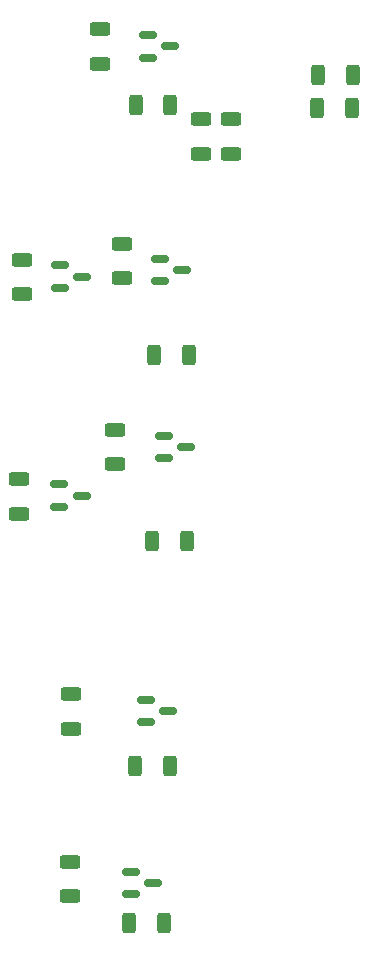
<source format=gbr>
%TF.GenerationSoftware,KiCad,Pcbnew,(6.0.9)*%
%TF.CreationDate,2023-05-03T01:49:20-07:00*%
%TF.ProjectId,Air-Quality-PCB,4169722d-5175-4616-9c69-74792d504342,rev?*%
%TF.SameCoordinates,Original*%
%TF.FileFunction,Paste,Top*%
%TF.FilePolarity,Positive*%
%FSLAX46Y46*%
G04 Gerber Fmt 4.6, Leading zero omitted, Abs format (unit mm)*
G04 Created by KiCad (PCBNEW (6.0.9)) date 2023-05-03 01:49:20*
%MOMM*%
%LPD*%
G01*
G04 APERTURE LIST*
G04 Aperture macros list*
%AMRoundRect*
0 Rectangle with rounded corners*
0 $1 Rounding radius*
0 $2 $3 $4 $5 $6 $7 $8 $9 X,Y pos of 4 corners*
0 Add a 4 corners polygon primitive as box body*
4,1,4,$2,$3,$4,$5,$6,$7,$8,$9,$2,$3,0*
0 Add four circle primitives for the rounded corners*
1,1,$1+$1,$2,$3*
1,1,$1+$1,$4,$5*
1,1,$1+$1,$6,$7*
1,1,$1+$1,$8,$9*
0 Add four rect primitives between the rounded corners*
20,1,$1+$1,$2,$3,$4,$5,0*
20,1,$1+$1,$4,$5,$6,$7,0*
20,1,$1+$1,$6,$7,$8,$9,0*
20,1,$1+$1,$8,$9,$2,$3,0*%
G04 Aperture macros list end*
%ADD10RoundRect,0.250000X0.312500X0.625000X-0.312500X0.625000X-0.312500X-0.625000X0.312500X-0.625000X0*%
%ADD11RoundRect,0.250000X0.625000X-0.312500X0.625000X0.312500X-0.625000X0.312500X-0.625000X-0.312500X0*%
%ADD12RoundRect,0.250000X-0.312500X-0.625000X0.312500X-0.625000X0.312500X0.625000X-0.312500X0.625000X0*%
%ADD13RoundRect,0.150000X-0.587500X-0.150000X0.587500X-0.150000X0.587500X0.150000X-0.587500X0.150000X0*%
G04 APERTURE END LIST*
D10*
%TO.C,R15*%
X195647500Y-67290000D03*
X198572500Y-67290000D03*
%TD*%
D11*
%TO.C,R13*%
X185760000Y-71007500D03*
X185760000Y-73932500D03*
%TD*%
D12*
%TO.C,R5*%
X182592500Y-139040000D03*
X179667500Y-139040000D03*
%TD*%
%TO.C,R12*%
X181607500Y-106680000D03*
X184532500Y-106680000D03*
%TD*%
D13*
%TO.C,Q5*%
X183087500Y-64820000D03*
X181212500Y-65770000D03*
X181212500Y-63870000D03*
%TD*%
D11*
%TO.C,R14*%
X188250000Y-71007500D03*
X188250000Y-73932500D03*
%TD*%
D12*
%TO.C,R3*%
X180177500Y-125730000D03*
X183102500Y-125730000D03*
%TD*%
D13*
%TO.C,Q2*%
X179822500Y-134730000D03*
X179822500Y-136630000D03*
X181697500Y-135680000D03*
%TD*%
D11*
%TO.C,R6*%
X170330000Y-104392500D03*
X170330000Y-101467500D03*
%TD*%
D13*
%TO.C,Q6*%
X182232500Y-82820000D03*
X182232500Y-84720000D03*
X184107500Y-83770000D03*
%TD*%
%TO.C,Q1*%
X181042500Y-120170000D03*
X181042500Y-122070000D03*
X182917500Y-121120000D03*
%TD*%
D11*
%TO.C,R11*%
X178460000Y-100212500D03*
X178460000Y-97287500D03*
%TD*%
D13*
%TO.C,Q7*%
X182602500Y-97780000D03*
X182602500Y-99680000D03*
X184477500Y-98730000D03*
%TD*%
%TO.C,Q3*%
X173812500Y-83380000D03*
X173812500Y-85280000D03*
X175687500Y-84330000D03*
%TD*%
D10*
%TO.C,R16*%
X198502500Y-70080000D03*
X195577500Y-70080000D03*
%TD*%
D12*
%TO.C,R9*%
X183112500Y-69800000D03*
X180187500Y-69800000D03*
%TD*%
D11*
%TO.C,R7*%
X177200000Y-63387500D03*
X177200000Y-66312500D03*
%TD*%
D12*
%TO.C,R10*%
X181767500Y-90970000D03*
X184692500Y-90970000D03*
%TD*%
D11*
%TO.C,R1*%
X174720000Y-122602500D03*
X174720000Y-119677500D03*
%TD*%
%TO.C,R8*%
X179020000Y-84462500D03*
X179020000Y-81537500D03*
%TD*%
%TO.C,R2*%
X174630000Y-136772500D03*
X174630000Y-133847500D03*
%TD*%
D13*
%TO.C,Q4*%
X173742500Y-101910000D03*
X173742500Y-103810000D03*
X175617500Y-102860000D03*
%TD*%
D11*
%TO.C,R4*%
X170610000Y-85822500D03*
X170610000Y-82897500D03*
%TD*%
M02*

</source>
